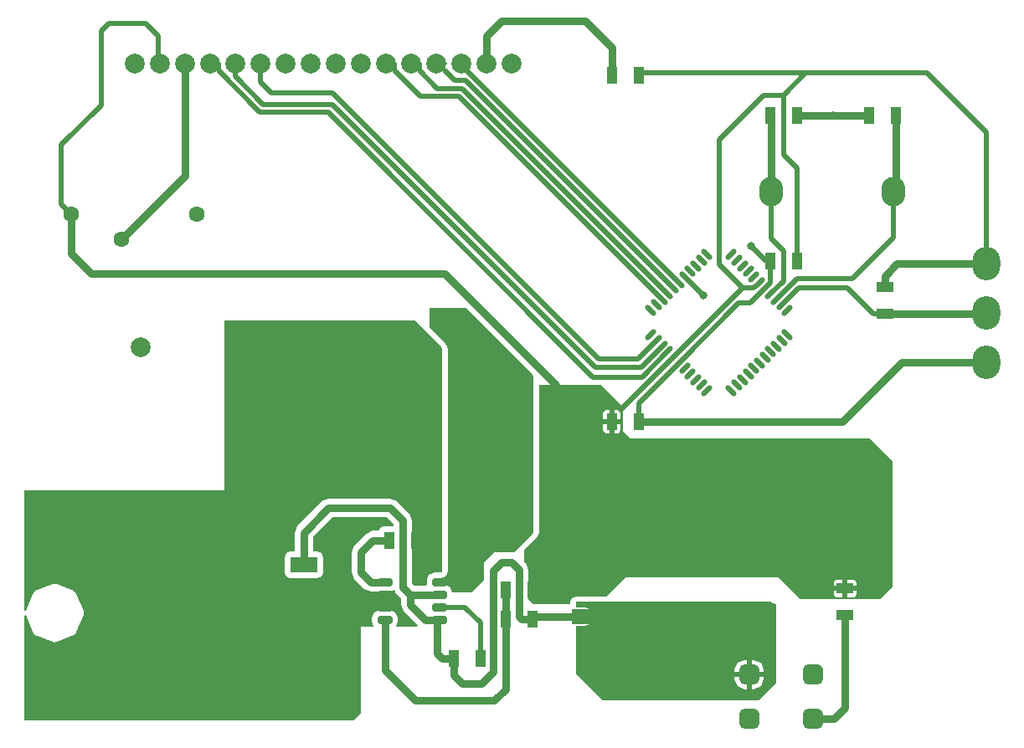
<source format=gbl>
G04 Layer_Physical_Order=2*
G04 Layer_Color=16711680*
%FSLAX44Y44*%
%MOMM*%
G71*
G01*
G75*
%ADD10C,0.5000*%
G04:AMPARAMS|DCode=11|XSize=2mm|YSize=2mm|CornerRadius=0.5mm|HoleSize=0mm|Usage=FLASHONLY|Rotation=0.000|XOffset=0mm|YOffset=0mm|HoleType=Round|Shape=RoundedRectangle|*
%AMROUNDEDRECTD11*
21,1,2.0000,1.0000,0,0,0.0*
21,1,1.0000,2.0000,0,0,0.0*
1,1,1.0000,0.5000,-0.5000*
1,1,1.0000,-0.5000,-0.5000*
1,1,1.0000,-0.5000,0.5000*
1,1,1.0000,0.5000,0.5000*
%
%ADD11ROUNDEDRECTD11*%
%ADD12O,2.4000X3.0000*%
%ADD13C,1.6000*%
%ADD14C,2.0000*%
%ADD15O,2.8000X3.4000*%
%ADD16C,0.8000*%
%ADD17R,1.1000X1.7000*%
%ADD18R,1.7000X1.1000*%
G04:AMPARAMS|DCode=19|XSize=0.5mm|YSize=1.4mm|CornerRadius=0mm|HoleSize=0mm|Usage=FLASHONLY|Rotation=45.000|XOffset=0mm|YOffset=0mm|HoleType=Round|Shape=Round|*
%AMOVALD19*
21,1,0.9000,0.5000,0.0000,0.0000,135.0*
1,1,0.5000,0.3182,-0.3182*
1,1,0.5000,-0.3182,0.3182*
%
%ADD19OVALD19*%

G04:AMPARAMS|DCode=20|XSize=0.5mm|YSize=1.4mm|CornerRadius=0mm|HoleSize=0mm|Usage=FLASHONLY|Rotation=315.000|XOffset=0mm|YOffset=0mm|HoleType=Round|Shape=Round|*
%AMOVALD20*
21,1,0.9000,0.5000,0.0000,0.0000,45.0*
1,1,0.5000,-0.3182,-0.3182*
1,1,0.5000,0.3182,0.3182*
%
%ADD20OVALD20*%

%ADD21R,2.8000X1.6000*%
%ADD22R,0.9500X0.9500*%
G04:AMPARAMS|DCode=23|XSize=14mm|YSize=4.75mm|CornerRadius=1.1875mm|HoleSize=0mm|Usage=FLASHONLY|Rotation=90.000|XOffset=0mm|YOffset=0mm|HoleType=Round|Shape=RoundedRectangle|*
%AMROUNDEDRECTD23*
21,1,14.0000,2.3750,0,0,90.0*
21,1,11.6250,4.7500,0,0,90.0*
1,1,2.3750,1.1875,5.8125*
1,1,2.3750,1.1875,-5.8125*
1,1,2.3750,-1.1875,-5.8125*
1,1,2.3750,-1.1875,5.8125*
%
%ADD23ROUNDEDRECTD23*%
G04:AMPARAMS|DCode=24|XSize=0.802mm|YSize=1.505mm|CornerRadius=0.2005mm|HoleSize=0mm|Usage=FLASHONLY|Rotation=90.000|XOffset=0mm|YOffset=0mm|HoleType=Round|Shape=RoundedRectangle|*
%AMROUNDEDRECTD24*
21,1,0.8020,1.1040,0,0,90.0*
21,1,0.4010,1.5050,0,0,90.0*
1,1,0.4010,0.5520,0.2005*
1,1,0.4010,0.5520,-0.2005*
1,1,0.4010,-0.5520,-0.2005*
1,1,0.4010,-0.5520,0.2005*
%
%ADD24ROUNDEDRECTD24*%
%ADD25C,0.7500*%
G36*
X537500Y416606D02*
Y407500D01*
X537500Y407500D01*
X537500D01*
Y262641D01*
X537338Y262250D01*
Y258414D01*
X536577Y256577D01*
X523673Y243673D01*
X523673Y243673D01*
X523673Y243673D01*
X517500Y237500D01*
X497500D01*
X487500Y227500D01*
Y219783D01*
X487279Y219250D01*
X487279Y219250D01*
Y209779D01*
X475000Y197500D01*
X455434D01*
X453501Y202166D01*
X448140Y204387D01*
X437100D01*
X436819Y204271D01*
X435798D01*
X434930Y205495D01*
Y208428D01*
X435881Y210724D01*
X438176Y211675D01*
X443923D01*
X444918Y212087D01*
X445995Y212087D01*
X446756Y212402D01*
X446756D01*
X447517Y213164D01*
X447750Y213260D01*
X447847Y213494D01*
X448593Y214240D01*
X448827Y214337D01*
X448923Y214570D01*
X449685Y215331D01*
X450000Y216092D01*
X450000Y217169D01*
X450412Y218164D01*
Y443923D01*
X450000Y444918D01*
Y445995D01*
X449239Y447832D01*
X448478Y448593D01*
X448066Y449588D01*
X432500Y465154D01*
Y485000D01*
X469106D01*
X537500Y416606D01*
D02*
G37*
G36*
X444239Y445761D02*
X445000Y443923D01*
Y218164D01*
X444685Y217402D01*
X443923Y217087D01*
X437100D01*
X431739Y214866D01*
X429518Y209505D01*
Y205495D01*
X429588Y205327D01*
X428882Y204271D01*
X416623D01*
X414471Y206423D01*
Y270000D01*
X411697Y276697D01*
X411697Y276697D01*
X399197Y289197D01*
X392500Y291971D01*
X392500Y291971D01*
X330000D01*
X330000Y291971D01*
X323303Y289197D01*
X323303Y289197D01*
X298303Y264197D01*
X295529Y257500D01*
X295529Y257500D01*
Y238222D01*
X291000D01*
X287173Y236637D01*
X285588Y232810D01*
Y216810D01*
X287173Y212983D01*
X291000Y211398D01*
X319000D01*
X322827Y212983D01*
X324412Y216810D01*
Y232810D01*
X322827Y236637D01*
X319000Y238222D01*
X314471D01*
Y253577D01*
X333923Y273029D01*
X388577D01*
X395529Y266077D01*
Y263912D01*
X386000D01*
X382173Y262327D01*
X380990Y259471D01*
X375000D01*
X368303Y256697D01*
X368303Y256697D01*
X355803Y244197D01*
X353029Y237500D01*
X353029Y237500D01*
Y217500D01*
X353029Y217500D01*
X355803Y210803D01*
X365803Y200803D01*
X365803Y200803D01*
X372500Y198029D01*
X381199D01*
X381480Y197913D01*
X392520D01*
X396710Y199648D01*
X398303Y195803D01*
X403229Y190877D01*
Y184800D01*
X403229Y184800D01*
X406003Y178103D01*
X420336Y163770D01*
X419810Y162500D01*
X399218D01*
X398512Y163556D01*
X400102Y167395D01*
Y171405D01*
X397881Y176766D01*
X392520Y178987D01*
X381480D01*
X376119Y176766D01*
X373898Y171405D01*
Y167395D01*
X375488Y163556D01*
X374782Y162500D01*
X362500D01*
X362500Y75000D01*
X355412Y67912D01*
X22500D01*
Y173666D01*
X23770Y173918D01*
X30799Y156948D01*
Y156948D01*
X31560Y156187D01*
X31972Y155192D01*
X32967Y154781D01*
X33728Y154019D01*
X33728D01*
X50949Y146886D01*
X50949Y146886D01*
X52025D01*
X53020Y146474D01*
X54015Y146886D01*
X55091D01*
X55091Y146886D01*
X72312Y154019D01*
X72312D01*
X73073Y154781D01*
X74068Y155192D01*
X74479Y156187D01*
X75241Y156948D01*
Y156948D01*
X82374Y174169D01*
X82374Y174169D01*
Y175245D01*
X82786Y176240D01*
X82374Y177234D01*
Y178311D01*
X82374Y178311D01*
X75241Y195532D01*
Y195532D01*
X74479Y196293D01*
X74068Y197288D01*
X73073Y197700D01*
X72312Y198461D01*
X72312D01*
X55091Y205594D01*
X55091Y205594D01*
X54015D01*
X53020Y206006D01*
X52025Y205594D01*
X50949D01*
X50949Y205594D01*
X33728Y198461D01*
X33728D01*
X32967Y197700D01*
X31972Y197288D01*
X31560Y196293D01*
X30799Y195532D01*
Y195532D01*
X23770Y178562D01*
X22500Y178814D01*
Y300000D01*
X225000D01*
Y472500D01*
X417500D01*
X444239Y445761D01*
D02*
G37*
G36*
X627500Y385000D02*
Y360000D01*
X635000Y352500D01*
X877500D01*
X900000Y330000D01*
Y202500D01*
X887500Y190000D01*
X807500D01*
X785000Y212500D01*
X630000D01*
X610412Y192912D01*
X580000D01*
X576173Y191327D01*
X574588Y187500D01*
Y185517D01*
X573340Y185000D01*
X537500D01*
X531971Y190529D01*
Y220000D01*
X531971Y220000D01*
X529197Y226697D01*
X527500Y228394D01*
Y239846D01*
X541165Y253511D01*
X542750Y257338D01*
X542750Y257338D01*
Y262250D01*
X542912Y262641D01*
Y407500D01*
X605000D01*
X627500Y385000D01*
D02*
G37*
G36*
X777673Y187173D02*
X781500Y185588D01*
X782500D01*
Y105000D01*
X765000Y87500D01*
X607500D01*
X580000Y115000D01*
Y163219D01*
X590000D01*
X596697Y165993D01*
X599471Y172690D01*
X596697Y179387D01*
X590000Y182161D01*
X580000D01*
Y187500D01*
X777538D01*
X777673Y187173D01*
D02*
G37*
%LPC*%
G36*
X850000Y198500D02*
X840753D01*
Y195500D01*
X841704Y193204D01*
X844000Y192253D01*
X850000D01*
Y198500D01*
D02*
G37*
G36*
X625247Y367500D02*
X619000D01*
Y358253D01*
X622000D01*
X624296Y359204D01*
X625247Y361500D01*
Y367500D01*
D02*
G37*
G36*
X614000Y381747D02*
X611000D01*
X608704Y380796D01*
X607753Y378500D01*
Y372500D01*
X614000D01*
Y381747D01*
D02*
G37*
G36*
X622000D02*
X619000D01*
Y372500D01*
X625247D01*
Y378500D01*
X624296Y380796D01*
X622000Y381747D01*
D02*
G37*
G36*
X614000Y367500D02*
X607753D01*
Y361500D01*
X608704Y359204D01*
X611000Y358253D01*
X614000D01*
Y367500D01*
D02*
G37*
G36*
X864247Y198500D02*
X855000D01*
Y192253D01*
X861000D01*
X863296Y193204D01*
X864247Y195500D01*
Y198500D01*
D02*
G37*
G36*
X850000Y209747D02*
X844000D01*
X841704Y208796D01*
X840753Y206500D01*
Y203500D01*
X850000D01*
Y209747D01*
D02*
G37*
G36*
X861000D02*
X855000D01*
Y203500D01*
X864247D01*
Y206500D01*
X863296Y208796D01*
X861000Y209747D01*
D02*
G37*
G36*
X760250Y128601D02*
X757750D01*
Y116359D01*
X769991D01*
Y118859D01*
X767138Y125747D01*
X760250Y128601D01*
D02*
G37*
G36*
X752750D02*
X750250D01*
X743361Y125747D01*
X740508Y118859D01*
Y116359D01*
X752750D01*
Y128601D01*
D02*
G37*
G36*
X769991Y111359D02*
X757750D01*
Y99118D01*
X760250D01*
X767138Y101971D01*
X769991Y108859D01*
Y111359D01*
D02*
G37*
G36*
X752750D02*
X740508D01*
Y108859D01*
X743361Y101971D01*
X750250Y99118D01*
X752750D01*
Y111359D01*
D02*
G37*
%LPD*%
D10*
X757500Y547500D02*
X772500Y532500D01*
X776500D01*
X107500Y772500D02*
X145000D01*
X100000Y765000D02*
X107500Y772500D01*
X100000Y690000D02*
Y765000D01*
X145000Y772500D02*
X157500Y760000D01*
Y734700D02*
Y760000D01*
Y734700D02*
X159700Y732500D01*
X60000Y650000D02*
X100000Y690000D01*
X60000Y590000D02*
Y650000D01*
Y590000D02*
X70000Y580000D01*
X725000Y528953D02*
X748820Y505134D01*
X725000Y528953D02*
Y655000D01*
X770000Y700000D01*
X790000D01*
X689998Y516315D02*
X708814Y497500D01*
X643500Y720000D02*
X646000Y722500D01*
X812500D01*
X790000Y700000D02*
X812500Y722500D01*
X995000Y530000D02*
Y662500D01*
X935000Y722500D02*
X995000Y662500D01*
X812500Y722500D02*
X935000D01*
X790000Y640000D02*
Y700000D01*
Y640000D02*
X803500Y626500D01*
Y532500D02*
Y626500D01*
X776500Y532500D02*
X776841D01*
X771316Y505002D02*
X776841Y510527D01*
X771316Y505002D02*
Y505002D01*
X756314Y490000D02*
X771316Y505002D01*
X745000Y490000D02*
X756314D01*
X684341Y429341D02*
X745000Y490000D01*
X765659Y510659D02*
X765659D01*
X760134Y505134D02*
X765659Y510659D01*
X748820Y505134D02*
X760134D01*
X678684Y434998D02*
X748820Y505134D01*
X782629Y493688D02*
X803941Y515000D01*
X860000D01*
X900900Y555900D01*
Y602500D01*
X776972Y499345D02*
X790000Y512373D01*
Y542500D01*
X777500Y555000D02*
X790000Y542500D01*
X777500Y555000D02*
Y602500D01*
X642745Y433000D02*
X661714Y451969D01*
X603314Y433000D02*
X642745D01*
X333814Y702500D02*
X603314Y433000D01*
X272500Y702500D02*
X333814D01*
X261300Y713700D02*
X272500Y702500D01*
X261300Y713700D02*
Y732500D01*
X218400Y725251D02*
Y732500D01*
X647373Y415000D02*
X673028Y440655D01*
X597500Y415000D02*
X647373D01*
X329424Y683076D02*
X597500Y415000D01*
X646059Y425000D02*
X667371Y446312D01*
X600000Y425000D02*
X646059D01*
X333924Y691076D02*
X600000Y425000D01*
X263924Y691076D02*
X333924D01*
X235900Y719100D02*
X263924Y691076D01*
X235900Y719100D02*
Y732500D01*
X260576Y683076D02*
X329424D01*
X218400Y725251D02*
X260576Y683076D01*
X210500Y732500D02*
X218400D01*
X673028Y440655D02*
Y440655D01*
X673028D01*
Y440655D01*
X396200Y725251D02*
Y732500D01*
Y725251D02*
X422451Y699000D01*
X388300Y732500D02*
X396200D01*
X462059Y699000D02*
X667371Y493688D01*
X422451Y699000D02*
X462059D01*
X667371Y493688D02*
X667371D01*
X421600Y725251D02*
Y732500D01*
Y725251D02*
X439851Y707000D01*
X413700Y732500D02*
X421600D01*
X465373Y707000D02*
X673028Y499345D01*
X439851Y707000D02*
X465373D01*
X468686Y715000D02*
X678684Y505002D01*
X457251Y715000D02*
X468686D01*
X447000Y725251D02*
X457251Y715000D01*
X439100Y732500D02*
X447000D01*
X464500Y730500D02*
Y732500D01*
X684341Y510659D02*
X684341D01*
X464500Y730500D02*
X684341Y510659D01*
X788286Y488031D02*
X805255Y505000D01*
X855000D01*
X881000Y479000D01*
X892500D01*
X625593Y381907D02*
X678684Y434998D01*
X643500Y388500D02*
X684341Y429341D01*
X643500Y370000D02*
Y388500D01*
X483500Y130000D02*
Y166500D01*
X467900Y182100D02*
X483500Y166500D01*
X442620Y182100D02*
X467900D01*
X776841Y510527D02*
Y532500D01*
D11*
X755250Y113859D02*
D03*
Y68859D02*
D03*
X820250D02*
D03*
X820250Y113859D02*
D03*
D12*
X900900Y602500D02*
D03*
X777500D02*
D03*
D13*
X197000Y580000D02*
D03*
X70000D02*
D03*
X120800Y554600D02*
D03*
D14*
X140000Y445000D02*
D03*
Y249000D02*
D03*
X261300Y732500D02*
D03*
X286700D02*
D03*
X312100D02*
D03*
X235900D02*
D03*
X185100D02*
D03*
X210500D02*
D03*
X159700D02*
D03*
X134300D02*
D03*
X464500D02*
D03*
X489900D02*
D03*
X515300D02*
D03*
X439100D02*
D03*
X388300D02*
D03*
X413700D02*
D03*
X362900D02*
D03*
X337500D02*
D03*
D15*
X995000Y530000D02*
D03*
Y480000D02*
D03*
Y430000D02*
D03*
D16*
X757500Y547500D02*
D03*
X840000Y680000D02*
D03*
X708814Y497500D02*
D03*
D17*
X803500Y532500D02*
D03*
X776500D02*
D03*
X643500Y720000D02*
D03*
X616500D02*
D03*
X876500Y680000D02*
D03*
X903500D02*
D03*
X803500D02*
D03*
X776500D02*
D03*
X643500Y370000D02*
D03*
X616500D02*
D03*
X536000Y170000D02*
D03*
X509000D02*
D03*
X536000Y200000D02*
D03*
X509000D02*
D03*
X391500Y250000D02*
D03*
X418500D02*
D03*
X483500Y130000D02*
D03*
X456500D02*
D03*
D18*
X852500Y174000D02*
D03*
Y201000D02*
D03*
X892500Y479000D02*
D03*
Y506000D02*
D03*
D19*
X737374Y401057D02*
D03*
X743031Y406714D02*
D03*
X748688Y412371D02*
D03*
X754345Y418028D02*
D03*
X760002Y423685D02*
D03*
X765659Y429341D02*
D03*
X771316Y434998D02*
D03*
X776972Y440655D02*
D03*
X782629Y446312D02*
D03*
X788286Y451969D02*
D03*
X793943Y457626D02*
D03*
X712626Y538943D02*
D03*
X706969Y533286D02*
D03*
X701312Y527629D02*
D03*
X695655Y521972D02*
D03*
X689998Y516315D02*
D03*
X684341Y510659D02*
D03*
X678684Y505002D02*
D03*
X673028Y499345D02*
D03*
X667371Y493688D02*
D03*
X661714Y488031D02*
D03*
X656057Y482374D02*
D03*
D20*
X793943D02*
D03*
X788286Y488031D02*
D03*
X782629Y493688D02*
D03*
X776972Y499345D02*
D03*
X771316Y505002D02*
D03*
X765659Y510659D02*
D03*
X760002Y516315D02*
D03*
X754345Y521972D02*
D03*
X748688Y527629D02*
D03*
X743031Y533286D02*
D03*
X737374Y538943D02*
D03*
X656057Y457626D02*
D03*
X661714Y451969D02*
D03*
X667371Y446312D02*
D03*
X673028Y440655D02*
D03*
X678684Y434998D02*
D03*
X684341Y429341D02*
D03*
X689998Y423685D02*
D03*
X695655Y418028D02*
D03*
X701312Y412371D02*
D03*
X706969Y406714D02*
D03*
X712626Y401057D02*
D03*
D21*
X590000Y172690D02*
D03*
Y240000D02*
D03*
X305000Y224810D02*
D03*
Y157500D02*
D03*
D22*
X547500Y257500D02*
D03*
X514840D02*
D03*
D23*
X490360Y375000D02*
D03*
X399640D02*
D03*
D24*
X387000Y207500D02*
D03*
Y194800D02*
D03*
X387000Y169400D02*
D03*
X387000Y182100D02*
D03*
X442620D02*
D03*
X442620Y169400D02*
D03*
X442620Y194800D02*
D03*
Y207500D02*
D03*
D25*
X840000Y680000D02*
X876500D01*
X803500D02*
X840000D01*
X560000Y385000D02*
Y407500D01*
X447500Y520000D02*
X560000Y407500D01*
X90000Y520000D02*
X447500D01*
X70000Y540000D02*
X90000Y520000D01*
X70000Y540000D02*
Y580000D01*
X185100Y618900D02*
Y732500D01*
X120800Y554600D02*
X185100Y618900D01*
X643500Y370000D02*
X850000D01*
X910000Y430000D01*
X995000D01*
X892500Y506000D02*
Y517500D01*
X905000Y530000D01*
X995000D01*
X776500Y680000D02*
X777500Y679000D01*
Y602500D02*
Y679000D01*
X903500Y605100D02*
Y680000D01*
X900900Y602500D02*
X903500Y605100D01*
X616500Y720000D02*
Y748500D01*
X590000Y775000D02*
X616500Y748500D01*
X505000Y775000D02*
X590000D01*
X489900Y759900D02*
X505000Y775000D01*
X489900Y732500D02*
Y759900D01*
X892500Y479000D02*
X994000D01*
X995000Y480000D01*
X852500Y80000D02*
Y174000D01*
X841359Y68859D02*
X852500Y80000D01*
X820250Y68859D02*
X841359D01*
X536000Y170000D02*
X538690Y172690D01*
X590000D01*
X525000Y170000D02*
X536000D01*
X522500Y172500D02*
X525000Y170000D01*
X522500Y172500D02*
Y220000D01*
X515000Y227500D02*
X522500Y220000D01*
X505000Y227500D02*
X515000D01*
X496750Y219250D02*
X505000Y227500D01*
X496750Y205428D02*
Y219250D01*
X496500Y205178D02*
X496750Y205428D01*
X496500Y116500D02*
Y205178D01*
X485000Y105000D02*
X496500Y116500D01*
X465000Y105000D02*
X485000D01*
X456500Y113500D02*
X465000Y105000D01*
X456500Y113500D02*
Y130000D01*
X509000Y99000D02*
Y170000D01*
X497500Y87500D02*
X509000Y99000D01*
X417500Y87500D02*
X497500D01*
X387000Y118000D02*
X417500Y87500D01*
X387000Y118000D02*
Y169400D01*
X509000Y200000D02*
X509000Y200000D01*
X509000Y170000D02*
Y200000D01*
X428100Y169400D02*
X442620D01*
X412700Y184800D02*
X428100Y169400D01*
X412700Y184800D02*
Y194800D01*
X440000Y166780D02*
X442620Y169400D01*
X440000Y135000D02*
Y166780D01*
Y135000D02*
X445000Y130000D01*
X456500D01*
X412700Y194800D02*
X442620D01*
X405000Y202500D02*
X412700Y194800D01*
X405000Y202500D02*
Y270000D01*
X392500Y282500D02*
X405000Y270000D01*
X330000Y282500D02*
X392500D01*
X305000Y257500D02*
X330000Y282500D01*
X305000Y224810D02*
Y257500D01*
X375000Y250000D02*
X391500D01*
X362500Y237500D02*
X375000Y250000D01*
X362500Y217500D02*
Y237500D01*
Y217500D02*
X372500Y207500D01*
X387000D01*
M02*

</source>
